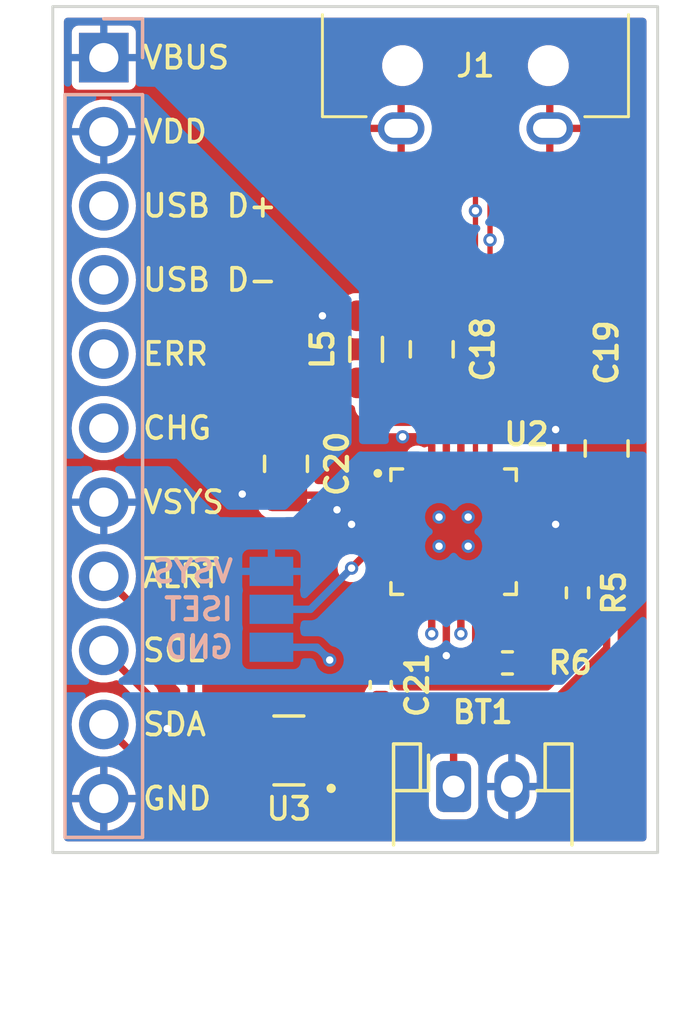
<source format=kicad_pcb>
(kicad_pcb (version 20240108) (generator "pcbnew") (generator_version "8.0")
  (layers (0 "F.Cu" signal) (1 "In1.Cu" signal) (2 "In2.Cu" signal) (31 "B.Cu" signal) (34 "B.Paste" user) (35 "F.Paste" user) (36 "B.SilkS" user "B.Silkscreen") (37 "F.SilkS" user "F.Silkscreen") (38 "B.Mask" user) (39 "F.Mask" user) (44 "Edge.Cuts" user))
  (net 0 "")
  (net 1 "/VBAT")
  (net 2 "GND")
  (net 3 "Net-(U2-DEC)")
  (net 4 "/VSYS")
  (net 5 "VDD")
  (net 6 "VBUS")
  (net 7 "/USB_D_P")
  (net 8 "/USB_D_N")
  (net 9 "/SDA")
  (net 10 "/SCL")
  (net 11 "/~{BAT_ALRT}")
  (net 12 "/BAT_CHG")
  (net 13 "/BAT_ERR")
  (net 14 "Net-(U2-SW)")
  (net 15 "Net-(U2-NTC)")
  (net 16 "Net-(U2-ICHG)")
  (net 20 "/ISET")
  (footprint "watch:MAX17048G&plus_" (layer "F.Cu") (at 145.6 110.5 180)
    (property "Reference" "U3" (at 0 -2 180) (layer "F.SilkS") (effects (font (size 0.762 0.762) (thickness 0.127))))
    (property "Value" "MAX17048G+")
    (fp_line (start 0.512645 -1.1811) (end -0.512645 -1.1811) (stroke (width 0.12)) (layer "F.SilkS"))
    (fp_line (start -0.512645 1.1811) (end 0.512645 1.1811) (stroke (width 0.12)) (layer "F.SilkS"))
    (fp_circle (center -1.45 -1.3) (end -1.35 -1.3) (stroke (width 0.12)) (fill solid) (layer "F.SilkS"))
    (pad "1" smd rect (at -1.24885 -0.750001 180) (size 1.2023 0.254) (layers "F.Cu" "F.Paste" "F.Mask") (net 2 "GND"))
    (pad "2" smd rect (at -1.24885 -0.25 180) (size 1.2023 0.254) (layers "F.Cu" "F.Paste" "F.Mask") (net 1 "/VBAT"))
    (pad "3" smd rect (at -1.24885 0.25 180) (size 1.2023 0.254) (layers "F.Cu" "F.Paste" "F.Mask") (net 1 "/VBAT"))
    (pad "4" smd rect (at -1.24885 0.750001 180) (size 1.2023 0.254) (layers "F.Cu" "F.Paste" "F.Mask") (net 2 "GND"))
    (pad "5" smd rect (at 1.24885 0.750001 180) (size 1.2023 0.254) (layers "F.Cu" "F.Paste" "F.Mask") (net 11 "/~{BAT_ALRT}"))
    (pad "6" smd rect (at 1.24885 0.25 180) (size 1.2023 0.254) (layers "F.Cu" "F.Paste" "F.Mask") (net 2 "GND"))
    (pad "7" smd rect (at 1.24885 -0.25 180) (size 1.2023 0.254) (layers "F.Cu" "F.Paste" "F.Mask") (net 10 "/SCL"))
    (pad "8" smd rect (at 1.24885 -0.749998 180) (size 1.2023 0.253994) (layers "F.Cu" "F.Paste" "F.Mask") (net 9 "/SDA"))
    (pad "9" smd rect (at 0 0 180) (size 0.7 1.2954) (layers "F.Cu" "F.Paste" "F.Mask") (net 2 "GND"))
  )
  (footprint "watch:nPM1100-QD" (layer "F.Cu") (at 151.25 103)
    (property "Reference" "U2" (at 2.5 -3.338 0) (layer "F.SilkS") (effects (font (size 0.75 0.75) (thickness 0.15) (bold yes))))
    (property "Value" "nPM1100-QD" (hide yes))
    (fp_line (start -2.15 -2.15) (end -1.75 -2.15) (stroke (width 0.12)) (layer "F.SilkS"))
    (fp_line (start -2.15 -1.75) (end -2.15 -2.15) (stroke (width 0.12)) (layer "F.SilkS"))
    (fp_line (start -2.15 2.15) (end -2.15 1.75) (stroke (width 0.12)) (layer "F.SilkS"))
    (fp_line (start -1.75 2.15) (end -2.15 2.15) (stroke (width 0.12)) (layer "F.SilkS"))
    (fp_line (start 1.75 -2.15) (end 2.15 -2.15) (stroke (width 0.12)) (layer "F.SilkS"))
    (fp_line (start 1.75 2.15) (end 2.15 2.15) (stroke (width 0.12)) (layer "F.SilkS"))
    (fp_line (start 2.15 -2.15) (end 2.15 -1.75) (stroke (width 0.12)) (layer "F.SilkS"))
    (fp_line (start 2.15 2.15) (end 2.15 1.75) (stroke (width 0.12)) (layer "F.SilkS"))
    (fp_circle (center -2.6 -2) (end -2.5 -2) (stroke (width 0.1)) (fill solid) (layer "F.SilkS"))
    (pad "1" smd oval (at -2.15 -1.25 90) (size 0.25 1.1) (layers "F.Cu" "F.Paste" "F.Mask") (net 5 "VDD"))
    (pad "2" smd oval (at -2.15 -0.75 90) (size 0.25 1.1) (layers "F.Cu" "F.Paste" "F.Mask") (net 4 "/VSYS"))
    (pad "3" smd oval (at -2.15 -0.25 90) (size 0.25 1.1) (layers "F.Cu" "F.Paste" "F.Mask") (net 4 "/VSYS"))
    (pad "4" smd oval (at -2.15 0.25 90) (size 0.25 1.1) (layers "F.Cu" "F.Paste" "F.Mask"))
    (pad "5" smd oval (at -2.15 0.75 90) (size 0.25 1.1) (layers "F.Cu" "F.Paste" "F.Mask") (net 20 "/ISET"))
    (pad "6" smd oval (at -2.15 1.25 90) (size 0.25 1.1) (layers "F.Cu" "F.Paste" "F.Mask") (net 2 "GND"))
    (pad "7" smd oval (at -1.25 2.15) (size 0.25 1.1) (layers "F.Cu" "F.Paste" "F.Mask") (net 2 "GND"))
    (pad "8" smd oval (at -0.75 2.15) (size 0.25 1.1) (layers "F.Cu" "F.Paste" "F.Mask") (net 12 "/BAT_CHG"))
    (pad "9" smd oval (at -0.25 2.15) (size 0.25 1.1) (layers "F.Cu" "F.Paste" "F.Mask") (net 4 "/VSYS"))
    (pad "10" smd oval (at 0.25 2.15) (size 0.25 1.1) (layers "F.Cu" "F.Paste" "F.Mask") (net 13 "/BAT_ERR"))
    (pad "11" smd oval (at 0.75 2.15) (size 0.25 1.1) (layers "F.Cu" "F.Paste" "F.Mask") (net 2 "GND"))
    (pad "12" smd oval (at 1.25 2.15) (size 0.25 1.1) (layers "F.Cu" "F.Paste" "F.Mask") (net 16 "Net-(U2-ICHG)"))
    (pad "13" smd oval (at 2.15 1.25 90) (size 0.25 1.1) (layers "F.Cu" "F.Paste" "F.Mask"))
    (pad "14" smd oval (at 2.15 0.75 90) (size 0.25 1.1) (layers "F.Cu" "F.Paste" "F.Mask") (net 15 "Net-(U2-NTC)"))
    (pad "15" smd oval (at 2.15 0.25 90) (size 0.25 1.1) (layers "F.Cu" "F.Paste" "F.Mask") (net 1 "/VBAT"))
    (pad "16" smd oval (at 2.15 -0.25 90) (size 0.25 1.1) (layers "F.Cu" "F.Paste" "F.Mask") (net 4 "/VSYS"))
    (pad "17" smd oval (at 2.15 -0.75 90) (size 0.25 1.1) (layers "F.Cu" "F.Paste" "F.Mask") (net 6 "VBUS"))
    (pad "18" smd oval (at 2.15 -1.25 90) (size 0.25 1.1) (layers "F.Cu" "F.Paste" "F.Mask"))
    (pad "19" smd oval (at 1.25 -2.15) (size 0.25 1.1) (layers "F.Cu" "F.Paste" "F.Mask") (net 8 "/USB_D_N"))
    (pad "20" smd oval (at 0.75 -2.15) (size 0.25 1.1) (layers "F.Cu" "F.Paste" "F.Mask") (net 7 "/USB_D_P"))
    (pad "21" smd oval (at 0.25 -2.15) (size 0.25 1.1) (layers "F.Cu" "F.Paste" "F.Mask") (net 3 "Net-(U2-DEC)"))
    (pad "22" smd oval (at -0.25 -2.15) (size 0.25 1.1) (layers "F.Cu" "F.Paste" "F.Mask") (net 14 "Net-(U2-SW)"))
    (pad "23" smd oval (at -0.75 -2.15) (size 0.25 1.1) (layers "F.Cu" "F.Paste" "F.Mask") (net 2 "GND"))
    (pad "24" smd oval (at -1.25 -2.15) (size 0.25 1.1) (layers "F.Cu" "F.Paste" "F.Mask"))
    (pad "PAD" smd rect (at 0 0) (size 2.4 2.4) (layers "F.Cu" "F.Paste" "F.Mask") (net 2 "GND"))
  )
  (footprint "watch:UJ2-MIBH-4-SMT-TR-67" (layer "F.Cu") (at 152 85.025 -90)
    (property "Reference" "J1" (at 2 0 0) (layer "F.SilkS") (effects (font (size 0.762 0.762) (thickness 0.127) (bold yes))))
    (property "Value" "USB_B_Micro" (hide yes))
    (fp_line (start 0.25 5.25) (end 3.75 5.25) (stroke (width 0.1)) (layer "F.SilkS"))
    (fp_line (start 3.75 5.25) (end 3.75 3.75) (stroke (width 0.1)) (layer "F.SilkS"))
    (fp_line (start 0.25 -5.25) (end 3.75 -5.25) (stroke (width 0.1)) (layer "F.SilkS"))
    (fp_line (start 3.75 -5.25) (end 3.75 -3.75) (stroke (width 0.1)) (layer "F.SilkS"))
    (pad "" np_thru_hole circle (at 2 -2.5 270) (size 1.15 1.15) (drill 1.15) (layers "F&B.Cu" "*.Mask"))
    (pad "" np_thru_hole circle (at 2 2.5 270) (size 1.15 1.15) (drill 1.15) (layers "F&B.Cu" "*.Mask"))
    (pad "1" smd roundrect (at 4.4 -1.3 270) (size 1.6 0.4) (layers "F.Cu" "F.Paste" "F.Mask") (net 6 "VBUS"))
    (pad "2" smd roundrect (at 4.4 -0.65 270) (size 1.6 0.4) (layers "F.Cu" "F.Paste" "F.Mask") (net 8 "/USB_D_N"))
    (pad "3" smd roundrect (at 4.4 0 270) (size 1.6 0.4) (layers "F.Cu" "F.Paste" "F.Mask") (net 7 "/USB_D_P"))
    (pad "4" smd roundrect (at 4.4 0.65 270) (size 1.6 0.4) (layers "F.Cu" "F.Paste" "F.Mask"))
    (pad "5" smd roundrect (at 4.4 1.3 270) (size 1.6 0.4) (layers "F.Cu" "F.Paste" "F.Mask") (net 2 "GND"))
    (pad "6" thru_hole oval (at 4.15 -2.55 270) (size 1.1 1.6) (drill oval 0.65 1.15) (layers "*.Cu" "*.Mask") (net 2 "GND"))
    (pad "6" thru_hole oval (at 4.15 2.55 270) (size 1.1 1.6) (drill oval 0.65 1.15) (layers "*.Cu" "*.Mask") (net 2 "GND"))
  )
  (footprint "Resistor_SMD:R_0402_1005Metric_Pad0.72x0.64mm_HandSolder" (layer "F.Cu") (at 155.5 105.097 90)
    (property "Reference" "R5" (at 0 1.25 90) (layer "F.SilkS") (effects (font (size 0.75 0.75))))
    (property "Value" "10k")
    (fp_line (start -0.167621 -0.38) (end 0.167621 -0.38) (stroke (width 0.12)) (layer "F.SilkS"))
    (fp_line (start -0.167621 0.38) (end 0.167621 0.38) (stroke (width 0.12)) (layer "F.SilkS"))
    (pad "1" smd roundrect (at -0.5975 0 90) (size 0.715 0.64) (layers "F.Cu" "F.Paste" "F.Mask") (net 2 "GND"))
    (pad "2" smd roundrect (at 0.5975 0 90) (size 0.715 0.64) (layers "F.Cu" "F.Paste" "F.Mask") (net 15 "Net-(U2-NTC)"))
  )
  (footprint "Capacitor_SMD:C_0805_2012Metric_Pad1.18x1.45mm_HandSolder" (layer "F.Cu") (at 150.5 96.75 90)
    (property "Reference" "C18" (at 0 1.75 90) (layer "F.SilkS") (effects (font (size 0.75 0.75))))
    (property "Value" "10uF")
    (fp_line (start -0.261252 -0.735) (end 0.261252 -0.735) (stroke (width 0.12)) (layer "F.SilkS"))
    (fp_line (start -0.261252 0.735) (end 0.261252 0.735) (stroke (width 0.12)) (layer "F.SilkS"))
    (pad "1" smd roundrect (at -1.0375 0 90) (size 1.175 1.45) (layers "F.Cu" "F.Paste" "F.Mask") (roundrect_rratio 0.212766) (net 3 "Net-(U2-DEC)"))
    (pad "2" smd roundrect (at 1.0375 0 90) (size 1.175 1.45) (layers "F.Cu" "F.Paste" "F.Mask") (roundrect_rratio 0.212766) (net 2 "GND"))
  )
  (footprint "Inductor_SMD:L_0805_2012Metric_Pad1.05x1.20mm_HandSolder" (layer "F.Cu") (at 148.25 96.75 90)
    (property "Reference" "L5" (at 0 -1.5 90) (layer "F.SilkS") (effects (font (size 0.75 0.75))))
    (property "Value" "2.2uH")
    (fp_line (start -0.410242 -0.56) (end 0.410242 -0.56) (stroke (width 0.12)) (layer "F.SilkS"))
    (fp_line (start -0.410242 0.56) (end 0.410242 0.56) (stroke (width 0.12)) (layer "F.SilkS"))
    (pad "1" smd roundrect (at -1.15 0 90) (size 1.05 1.2) (layers "F.Cu" "F.Paste" "F.Mask") (roundrect_rratio 0.238095) (net 14 "Net-(U2-SW)"))
    (pad "2" smd roundrect (at 1.15 0 90) (size 1.05 1.2) (layers "F.Cu" "F.Paste" "F.Mask") (roundrect_rratio 0.238095) (net 5 "VDD"))
  )
  (footprint "Resistor_SMD:R_0402_1005Metric_Pad0.72x0.64mm_HandSolder" (layer "F.Cu") (at 153.0975 107.5 180)
    (property "Reference" "R6" (at -2.1525 0 0) (layer "F.SilkS") (effects (font (size 0.75 0.75))))
    (property "Value" "560R")
    (fp_line (start -0.167621 0.38) (end 0.167621 0.38) (stroke (width 0.12)) (layer "F.SilkS"))
    (fp_line (start -0.167621 -0.38) (end 0.167621 -0.38) (stroke (width 0.12)) (layer "F.SilkS"))
    (pad "1" smd roundrect (at -0.5975 0 180) (size 0.715 0.64) (layers "F.Cu" "F.Paste" "F.Mask") (net 2 "GND"))
    (pad "2" smd roundrect (at 0.5975 0 180) (size 0.715 0.64) (layers "F.Cu" "F.Paste" "F.Mask") (net 16 "Net-(U2-ICHG)"))
  )
  (footprint "Capacitor_SMD:C_0402_1005Metric_Pad0.74x0.62mm_HandSolder" (layer "F.Cu") (at 148.75 108.255 90)
    (property "Reference" "C21" (at 0 1.24885 90) (layer "F.SilkS") (effects (font (size 0.75 0.75))))
    (property "Value" "0.1uF")
    (fp_line (start -0.115835 -0.36) (end 0.115835 -0.36) (stroke (width 0.12)) (layer "F.SilkS"))
    (fp_line (start -0.115835 0.36) (end 0.115835 0.36) (stroke (width 0.12)) (layer "F.SilkS"))
    (pad "1" smd roundrect (at -0.5675 0 90) (size 0.735 0.62) (layers "F.Cu" "F.Paste" "F.Mask") (net 1 "/VBAT"))
    (pad "2" smd roundrect (at 0.5675 0 90) (size 0.735 0.62) (layers "F.Cu" "F.Paste" "F.Mask") (net 2 "GND"))
  )
  (footprint "Connector_JST:JST_PH_S2B-PH-K_1x02_P2.00mm_Horizontal" (layer "F.Cu") (at 151.25 111.7375)
    (property "Reference" "BT1" (at 1 -2.55 0) (layer "F.SilkS") (effects (font (size 0.75 0.75))))
    (property "Value" "402530")
    (fp_line (start -2.06 -1.46) (end -2.06 2) (stroke (width 0.12)) (layer "F.SilkS"))
    (fp_line (start -2.06 0.14) (end -1.14 0.14) (stroke (width 0.12)) (layer "F.SilkS"))
    (fp_line (start -1.14 -1.46) (end -2.06 -1.46) (stroke (width 0.12)) (layer "F.SilkS"))
    (fp_line (start -1.14 0.14) (end -1.14 -1.46) (stroke (width 0.12)) (layer "F.SilkS"))
    (fp_line (start -0.86 0.14) (end -1.14 0.14) (stroke (width 0.12)) (layer "F.SilkS"))
    (fp_line (start -0.86 0.14) (end -0.86 -1.075) (stroke (width 0.12)) (layer "F.SilkS"))
    (fp_line (start 3.14 -1.46) (end 3.14 0.14) (stroke (width 0.12)) (layer "F.SilkS"))
    (fp_line (start 3.14 0.14) (end 2.86 0.14) (stroke (width 0.12)) (layer "F.SilkS"))
    (fp_line (start 4.06 -1.46) (end 3.14 -1.46) (stroke (width 0.12)) (layer "F.SilkS"))
    (fp_line (start 4.06 0.14) (end 3.14 0.14) (stroke (width 0.12)) (layer "F.SilkS"))
    (fp_line (start 4.06 2) (end 4.06 -1.46) (stroke (width 0.12)) (layer "F.SilkS"))
    (pad "1" thru_hole roundrect (at 0 0) (size 1.2 1.75) (drill 0.75) (layers "*.Cu" "*.Mask") (roundrect_rratio 0.208333) (net 1 "/VBAT"))
    (pad "2" thru_hole oval (at 2 0) (size 1.2 1.75) (drill 0.75) (layers "*.Cu" "*.Mask") (net 2 "GND"))
  )
  (footprint "Capacitor_SMD:C_0805_2012Metric_Pad1.18x1.45mm_HandSolder" (layer "F.Cu") (at 156.5 100.1495 90)
    (property "Reference" "C19" (at 3.2875 0 90) (layer "F.SilkS") (effects (font (size 0.75 0.75))))
    (property "Value" "10uF")
    (fp_line (start -0.261252 -0.735) (end 0.261252 -0.735) (stroke (width 0.12)) (layer "F.SilkS"))
    (fp_line (start -0.261252 0.735) (end 0.261252 0.735) (stroke (width 0.12)) (layer "F.SilkS"))
    (pad "1" smd roundrect (at -1.0375 0 90) (size 1.175 1.45) (layers "F.Cu" "F.Paste" "F.Mask") (roundrect_rratio 0.212766) (net 4 "/VSYS"))
    (pad "2" smd roundrect (at 1.0375 0 90) (size 1.175 1.45) (layers "F.Cu" "F.Paste" "F.Mask") (roundrect_rratio 0.212766) (net 2 "GND"))
  )
  (footprint "Capacitor_SMD:C_0805_2012Metric_Pad1.18x1.45mm_HandSolder" (layer "F.Cu") (at 145.5 100.6745 90)
    (property "Reference" "C20" (at 0.0005 1.75 90) (layer "F.SilkS") (effects (font (size 0.75 0.75))))
    (property "Value" "10uF")
    (fp_line (start -0.261252 -0.735) (end 0.261252 -0.735) (stroke (width 0.12)) (layer "F.SilkS"))
    (fp_line (start -0.261252 0.735) (end 0.261252 0.735) (stroke (width 0.12)) (layer "F.SilkS"))
    (pad "1" smd roundrect (at -1.0375 0 90) (size 1.175 1.45) (layers "F.Cu" "F.Paste" "F.Mask") (roundrect_rratio 0.212766) (net 5 "VDD"))
    (pad "2" smd roundrect (at 1.0375 0 90) (size 1.175 1.45) (layers "F.Cu" "F.Paste" "F.Mask") (roundrect_rratio 0.212766) (net 2 "GND"))
  )
  (footprint "Connector_PinHeader_2.54mm:PinHeader_1x11_P2.54mm_Vertical" (layer "B.Cu") (at 139.25 86.75 180)
    (property "Reference" "J2" (hide yes))
    (property "Value" "Conn_01x11")
    (fp_line (start 1.33 -1.27) (end -1.33 -1.27) (stroke (width 0.12)) (layer "B.SilkS"))
    (fp_line (start 1.33 -26.73) (end 1.33 -1.27) (stroke (width 0.12)) (layer "B.SilkS"))
    (fp_line (start 1.33 -26.73) (end -1.33 -26.73) (stroke (width 0.12)) (layer "B.SilkS"))
    (fp_line (start 0 1.33) (end -1.33 1.33) (stroke (width 0.12)) (layer "B.SilkS"))
    (fp_line (start -1.33 1.33) (end -1.33 0) (stroke (width 0.12)) (layer "B.SilkS"))
    (fp_line (start -1.33 -26.73) (end -1.33 -1.27) (stroke (width 0.12)) (layer "B.SilkS"))
    (pad "1" thru_hole rect (at 0 0 180) (size 1.7 1.7) (drill 1) (layers "*.Cu" "*.Mask") (net 6 "VBUS"))
    (pad "2" thru_hole oval (at 0 -2.54 180) (size 1.7 1.7) (drill 1) (layers "*.Cu" "*.Mask") (net 5 "VDD"))
    (pad "3" thru_hole oval (at 0 -5.08 180) (size 1.7 1.7) (drill 1) (layers "*.Cu" "*.Mask") (net 7 "/USB_D_P"))
    (pad "4" thru_hole oval (at 0 -7.62 180) (size 1.7 1.7) (drill 1) (layers "*.Cu" "*.Mask") (net 8 "/USB_D_N"))
    (pad "5" thru_hole oval (at 0 -10.16 180) (size 1.7 1.7) (drill 1) (layers "*.Cu" "*.Mask") (net 13 "/BAT_ERR"))
    (pad "6" thru_hole oval (at 0 -12.7 180) (size 1.7 1.7) (drill 1) (layers "*.Cu" "*.Mask") (net 12 "/BAT_CHG"))
    (pad "7" thru_hole oval (at 0 -15.24 180) (size 1.7 1.7) (drill 1) (layers "*.Cu" "*.Mask") (net 4 "/VSYS"))
    (pad "8" thru_hole oval (at 0 -17.78 180) (size 1.7 1.7) (drill 1) (layers "*.Cu" "*.Mask") (net 11 "/~{BAT_ALRT}"))
    (pad "9" thru_hole oval (at 0 -20.32 180) (size 1.7 1.7) (drill 1) (layers "*.Cu" "*.Mask") (net 10 "/SCL"))
    (pad "10" thru_hole oval (at 0 -22.86 180) (size 1.7 1.7) (drill 1) (layers "*.Cu" "*.Mask") (net 9 "/SDA"))
    (pad "11" thru_hole oval (at 0 -25.4 180) (size 1.7 1.7) (drill 1) (layers "*.Cu" "*.Mask") (net 2 "GND"))
  )
  (footprint "Jumper:SolderJumper-3_P1.3mm_Open_Pad1.0x1.5mm" (layer "B.Cu") (at 145 105.662 -90)
    (property "Reference" "JP1" (hide yes))
    (property "Value" "SolderJumper_3_Open" (hide yes))
    (pad "1" smd rect (at -1.3 0 270) (size 1 1.5) (layers "B.Cu" "B.Mask") (net 4 "/VSYS"))
    (pad "2" smd rect (at 0 0 270) (size 1 1.5) (layers "B.Cu" "B.Mask") (net 20 "/ISET"))
    (pad "3" smd rect (at 1.3 0 270) (size 1 1.5) (layers "B.Cu" "B.Mask") (net 2 "GND"))
  )
  (gr_rect (start 137.5 85) (end 158.25 114) (stroke (width 0.1)) (fill none) (layer "Edge.Cuts"))
  (gr_text "VSYS" (at 143.760714 104.362 -0) (layer "B.SilkS") (effects (font (size 0.75 0.75)) (justify left mirror)))
  (gr_text "ISET" (at 143.760714 105.662 -0) (layer "B.SilkS") (effects (font (size 0.75 0.75)) (justify left mirror)))
  (gr_text "GND" (at 143.760714 106.962 -0) (layer "B.SilkS") (effects (font (size 0.75 0.75)) (justify left mirror)))
  (gr_text "USB D-" (at 140.52 94.37 0) (layer "F.SilkS") (effects (font (size 0.762 0.762) (thickness 0.127) (bold yes)) (justify left)))
  (gr_text "USB D+" (at 140.52 91.83 0) (layer "F.SilkS") (effects (font (size 0.762 0.762) (thickness 0.127) (bold yes)) (justify left)))
  (gr_text "SDA" (at 140.52 109.61 0) (layer "F.SilkS") (effects (font (size 0.762 0.762) (thickness 0.127) (bold yes)) (justify left)))
  (gr_text "CHG" (at 140.52 99.45 0) (layer "F.SilkS") (effects (font (size 0.762 0.762) (thickness 0.127) (bold yes)) (justify left)))
  (gr_text "~{ALRT}" (at 140.52 104.53 0) (layer "F.SilkS") (effects (font (size 0.762 0.762) (thickness 0.127) (bold yes)) (justify left)))
  (gr_text "VSYS" (at 140.52 101.99 0) (layer "F.SilkS") (effects (font (size 0.762 0.762) (thickness 0.127) (bold yes)) (justify left)))
  (gr_text "SCL" (at 140.52 107.07 0) (layer "F.SilkS") (effects (font (size 0.762 0.762) (thickness 0.127) (bold yes)) (justify left)))
  (gr_text "ERR" (at 140.52 96.91 0) (layer "F.SilkS") (effects (font (size 0.762 0.762) (thickness 0.127) (bold yes)) (justify left)))
  (gr_text "VDD" (at 140.52 89.29 0) (layer "F.SilkS") (effects (font (size 0.762 0.762) (thickness 0.127) (bold yes)) (justify left)))
  (gr_text "GND" (at 140.52 112.15 0) (layer "F.SilkS") (effects (font (size 0.762 0.762) (thickness 0.127) (bold yes)) (justify left)))
  (gr_text "VBUS" (at 140.52 86.75 0) (layer "F.SilkS") (effects (font (size 0.762 0.762) (thickness 0.127) (bold yes)) (justify left)))
  (segment (start 156.5 107) (end 156.5 103.9995) (width 0.254) (layer "F.Cu") (net 1))
  (segment (start 148.75 110.25) (end 147.5 110.25) (width 0.254) (layer "F.Cu") (net 1))
  (segment (start 148.75 108.8225) (end 148.75 110.25) (width 0.254) (layer "F.Cu") (net 1))
  (segment (start 146.84885 110.75) (end 148.65 110.75) (width 0.254) (layer "F.Cu") (net 1))
  (segment (start 155.75 103.2495) (end 153.4 103.2495) (width 0.254) (layer "F.Cu") (net 1))
  (segment (start 154.6775 108.8225) (end 156.5 107) (width 0.254) (layer "F.Cu") (net 1))
  (segment (start 148.75 110.65) (end 148.75 110.25) (width 0.254) (layer "F.Cu") (net 1))
  (segment (start 156.5 103.9995) (end 155.75 103.2495) (width 0.254) (layer "F.Cu") (net 1))
  (segment (start 148.65 110.75) (end 148.75 110.65) (width 0.254) (layer "F.Cu") (net 1))
  (segment (start 148.75 108.8225) (end 151.25 108.8225) (width 0.254) (layer "F.Cu") (net 1))
  (segment (start 151.25 108.8225) (end 154.6775 108.8225) (width 0.254) (layer "F.Cu") (net 1))
  (segment (start 151.25 111.7375) (end 151.25 108.8225) (width 0.254) (layer "F.Cu") (net 1))
  (segment (start 152 105.15) (end 152.008 105.158) (width 0.254) (layer "F.Cu") (net 2))
  (segment (start 146.84885 109.749999) (end 148.150001 109.749999) (width 0.254) (layer "F.Cu") (net 2))
  (segment (start 150.5 100.046) (end 150.5 100.85) (width 0.254) (layer "F.Cu") (net 2))
  (segment (start 146.84885 111.250001) (end 149.100001 111.250001) (width 0.254) (layer "F.Cu") (net 2))
  (segment (start 141.425 109.75) (end 141.5 109.75) (width 0.254) (layer "F.Cu") (net 2))
  (segment (start 150.204 99.75) (end 150.5 100.046) (width 0.254) (layer "F.Cu") (net 2))
  (segment (start 141.5 109.75) (end 142 110.25) (width 0.254) (layer "F.Cu") (net 2))
  (segment (start 148.25 109.65) (end 148 109.65) (width 0.254) (layer "F.Cu") (net 2))
  (segment (start 148.150001 109.749999) (end 148.25 109.65) (width 0.254) (layer "F.Cu") (net 2))
  (segment (start 149.100001 111.250001) (end 149.25 111.4) (width 0.254) (layer "F.Cu") (net 2))
  (segment (start 149.5 99.75) (end 150.204 99.75) (width 0.254) (layer "F.Cu") (net 2))
  (segment (start 142 110.25) (end 144.35115 110.25) (width 0.254) (layer "F.Cu") (net 2))
  (segment (start 152.008 105.158) (end 152.008 107.044582) (width 0.254) (layer "F.Cu") (net 2))
  (segment (start 151.75 107.302582) (end 151.75 107.75) (width 0.254) (layer "F.Cu") (net 2))
  (segment (start 152.008 107.044582) (end 151.75 107.302582) (width 0.254) (layer "F.Cu") (net 2))
  (via (at 150.75 103.5) (size 0.4572) (drill 0.254) (layers "F.Cu" "B.Cu") (net 2))
  (via (at 151.75 103.5) (size 0.4572) (drill 0.254) (layers "F.Cu" "B.Cu") (net 2))
  (via (at 149.5 99.75) (size 0.4572) (drill 0.254) (layers "F.Cu" "B.Cu") (net 2))
  (via (at 151.75 102.5) (size 0.4572) (drill 0.254) (layers "F.Cu" "B.Cu") (net 2))
  (via (at 141.425 109.75) (size 0.4572) (drill 0.254) (layers "F.Cu" "B.Cu") (net 2))
  (via (at 147 107.4) (size 0.4572) (drill 0.254) (layers "F.Cu" "B.Cu") (net 2))
  (via (at 150.75 102.5) (size 0.4572) (drill 0.254) (layers "F.Cu" "B.Cu") (net 2))
  (segment (start 145 106.962) (end 146.562 106.962) (width 0.254) (layer "B.Cu") (net 2))
  (segment (start 146.562 106.962) (end 147 107.4) (width 0.254) (layer "B.Cu") (net 2))
  (segment (start 151.5 99.6375) (end 151.5 100.7375) (width 0.254) (layer "F.Cu") (net 3))
  (segment (start 150.5 97.675) (end 150.5 98.6375) (width 0.254) (layer "F.Cu") (net 3))
  (segment (start 150.5 98.6375) (end 151.5 99.6375) (width 0.254) (layer "F.Cu") (net 3))
  (segment (start 151 105.15) (end 151.008 105.158) (width 0.254) (layer "F.Cu") (net 4))
  (segment (start 154.75 102.75) (end 156 102.75) (width 0.254) (layer "F.Cu") (net 4))
  (segment (start 151 105.15) (end 151 107.25) (width 0.254) (layer "F.Cu") (net 4))
  (segment (start 156.5 102.25) (end 156.5 101.187) (width 0.254) (layer "F.Cu") (net 4))
  (segment (start 149.1 102.75) (end 147.75 102.75) (width 0.254) (layer "F.Cu") (net 4))
  (segment (start 153.4 102.75) (end 154.75 102.75) (width 0.254) (layer "F.Cu") (net 4))
  (segment (start 156 102.75) (end 156.5 102.25) (width 0.254) (layer "F.Cu") (net 4))
  (segment (start 149.1 102.25) (end 147.25 102.25) (width 0.254) (layer "F.Cu") (net 4))
  (via (at 154.75 102.75) (size 0.4572) (drill 0.254) (layers "F.Cu" "B.Cu") (net 4))
  (via (at 147.75 102.75) (size 0.4572) (drill 0.254) (layers "F.Cu" "B.Cu") (net 4))
  (via (at 151 107.25) (size 0.4572) (drill 0.254) (layers "F.Cu" "B.Cu") (net 4))
  (via (at 147.25 102.25) (size 0.4572) (drill 0.254) (layers "F.Cu" "B.Cu") (net 4))
  (segment (start 149.1 101.7495) (end 145.5 101.7495) (width 0.254) (layer "F.Cu") (net 5))
  (segment (start 146.75 95.6) (end 148.25 95.6) (width 0.254) (layer "F.Cu") (net 5))
  (segment (start 145.5 101.712) (end 144 101.712) (width 0.254) (layer "F.Cu") (net 5))
  (via (at 144 101.712) (size 0.4572) (drill 0.254) (layers "F.Cu" "B.Cu") (net 5))
  (via (at 146.75 95.6) (size 0.4572) (drill 0.254) (layers "F.Cu" "B.Cu") (net 5))
  (segment (start 154.75 93.125) (end 154.75 99.5) (width 0.254) (layer "F.Cu") (net 6))
  (segment (start 154.75 101.75) (end 154.2505 102.2495) (width 0.254) (layer "F.Cu") (net 6))
  (segment (start 153.3 91.675) (end 154.75 93.125) (width 0.254) (layer "F.Cu") (net 6))
  (segment (start 153.3 89.425) (end 153.3 91.675) (width 0.254) (layer "F.Cu") (net 6))
  (segment (start 154.2505 102.2495) (end 153.4 102.2495) (width 0.254) (layer "F.Cu") (net 6))
  (segment (start 154.75 99.5) (end 154.75 101.75) (width 0.254) (layer "F.Cu") (net 6))
  (via (at 154.75 99.5) (size 0.4572) (drill 0.254) (layers "F.Cu" "B.Cu") (net 6))
  (segment (start 152 89.425) (end 152 92) (width 0.18161) (layer "F.Cu") (net 7))
  (segment (start 152 92) (end 152 100.85) (width 0.18161) (layer "F.Cu") (net 7))
  (via (at 152 92) (size 0.4572) (drill 0.254) (layers "F.Cu" "B.Cu") (net 7))
  (segment (start 152.65 89.425) (end 152.65 90.85) (width 0.18161) (layer "F.Cu") (net 8))
  (segment (start 152.5 93) (end 152.5 100.85) (width 0.18161) (layer "F.Cu") (net 8))
  (segment (start 152.5 91) (end 152.5 93) (width 0.18161) (layer "F.Cu") (net 8))
  (segment (start 152.65 90.85) (end 152.5 91) (width 0.18161) (layer "F.Cu") (net 8))
  (via (at 152.5 93) (size 0.4572) (drill 0.254) (layers "F.Cu" "B.Cu") (net 8))
  (segment (start 144.35115 111.249998) (end 140.889998 111.249998) (width 0.254) (layer "F.Cu") (net 9))
  (segment (start 140.889998 111.249998) (end 139.25 109.61) (width 0.254) (layer "F.Cu") (net 9))
  (segment (start 141.5 110.75) (end 144.35115 110.75) (width 0.254) (layer "F.Cu") (net 10))
  (segment (start 140.75 110) (end 141.5 110.75) (width 0.254) (layer "F.Cu") (net 10))
  (segment (start 140.75 108.57) (end 140.75 110) (width 0.254) (layer "F.Cu") (net 10))
  (segment (start 139.25 107.07) (end 140.75 108.57) (width 0.254) (layer "F.Cu") (net 10))
  (segment (start 142.25 109.5) (end 142.499999 109.749999) (width 0.254) (layer "F.Cu") (net 11))
  (segment (start 140.75 106.75) (end 142.25 108.25) (width 0.254) (layer "F.Cu") (net 11))
  (segment (start 139.25 104.53) (end 140.75 106.03) (width 0.254) (layer "F.Cu") (net 11))
  (segment (start 142.25 108.25) (end 142.25 109.5) (width 0.254) (layer "F.Cu") (net 11))
  (segment (start 140.75 106.03) (end 140.75 106.75) (width 0.254) (layer "F.Cu") (net 11))
  (segment (start 142.499999 109.749999) (end 144.35115 109.749999) (width 0.254) (layer "F.Cu") (net 11))
  (segment (start 150.5 105.15) (end 150.5 106.5) (width 0.254) (layer "F.Cu") (net 12))
  (via (at 150.5 106.5) (size 0.4572) (drill 0.254) (layers "F.Cu" "B.Cu") (net 12))
  (segment (start 151.5 105.15) (end 151.5 106.5) (width 0.254) (layer "F.Cu") (net 13))
  (via (at 151.5 106.5) (size 0.4572) (drill 0.254) (layers "F.Cu" "B.Cu") (net 13))
  (segment (start 151 99.875) (end 150.375 99.25) (width 0.254) (layer "F.Cu") (net 14))
  (segment (start 150.375 99.25) (end 148.75 99.25) (width 0.254) (layer "F.Cu") (net 14))
  (segment (start 151 100.7375) (end 151 99.875) (width 0.254) (layer "F.Cu") (net 14))
  (segment (start 148.25 98.75) (end 148.25 97.9) (width 0.254) (layer "F.Cu") (net 14))
  (segment (start 148.75 99.25) (end 148.25 98.75) (width 0.254) (layer "F.Cu") (net 14))
  (segment (start 155.5 103.9995) (end 155.5 104.4995) (width 0.254) (layer "F.Cu") (net 15))
  (segment (start 153.4 103.7495) (end 155.25 103.7495) (width 0.254) (layer "F.Cu") (net 15))
  (segment (start 155.25 103.7495) (end 155.5 103.9995) (width 0.254) (layer "F.Cu") (net 15))
  (segment (start 152.5 105.0375) (end 152.5 107.5) (width 0.254) (layer "F.Cu") (net 16))
  (segment (start 148.25 103.75) (end 147.75 104.25) (width 0.254) (layer "F.Cu") (net 20))
  (segment (start 149.1 103.75) (end 148.25 103.75) (width 0.254) (layer "F.Cu") (net 20))
  (via (at 147.75 104.25) (size 0.4572) (drill 0.254) (layers "F.Cu" "B.Cu") (net 20))
  (segment (start 147.75 104.25) (end 146.338 105.662) (width 0.254) (layer "B.Cu") (net 20))
  (segment (start 146.338 105.662) (end 145 105.662) (width 0.254) (layer "B.Cu") (net 20))
  (zone (net 2) (net_name "GND") (layers "F.Cu" "In1.Cu" "In2.Cu" "B.Cu") (connect_pads (clearance 0.25)) (min_thickness 0.25) (fill yes (thermal_gap 0.25) (thermal_bridge_width 0.25))
    (polygon (pts (xy 137.5 85) (xy 158.25 85) (xy 158.25 114) (xy 137.5 114)))
  )
  (zone (net 4) (net_name "/VSYS") (layer "B.Cu") (priority 1) (connect_pads (clearance 0.25)) (min_thickness 0.25) (fill yes (thermal_gap 0.25) (thermal_bridge_width 0.25))
    (polygon (pts (xy 148.25 108.25) (xy 137.5 108.25) (xy 137.5 100.75) (xy 141.5 100.75) (xy 143.25 102.5) (xy 145.75 102.5) (xy 148 100.25) (xy 158.25 100.25) (xy 158.25 101.5) (xy 158.25 105) (xy 155 108.25)))
  )
  (zone (net 5) (net_name "VDD") (layer "B.Cu") (priority 3) (connect_pads (clearance 0.25)) (min_thickness 0.25) (fill yes (thermal_gap 0.25) (thermal_bridge_width 0.25))
    (polygon (pts (xy 147.75 95) (xy 140.75 88) (xy 137.5 88) (xy 137.5 100.5) (xy 141.75 100.5) (xy 143.5 102.25) (xy 145.5 102.25) (xy 147.75 100)))
  )
  (zone (net 6) (net_name "VBUS") (layer "B.Cu") (priority 2) (connect_pads (clearance 0.25)) (min_thickness 0.25) (fill yes (thermal_gap 0.25) (thermal_bridge_width 0.25))
    (polygon (pts (xy 158.25 100) (xy 158.25 98.5) (xy 158.25 93.5) (xy 158.25 85) (xy 137.5 85) (xy 137.5 87.75) (xy 141 87.75) (xy 148 94.75) (xy 148 97.25) (xy 148 100)))
  )
)
</source>
